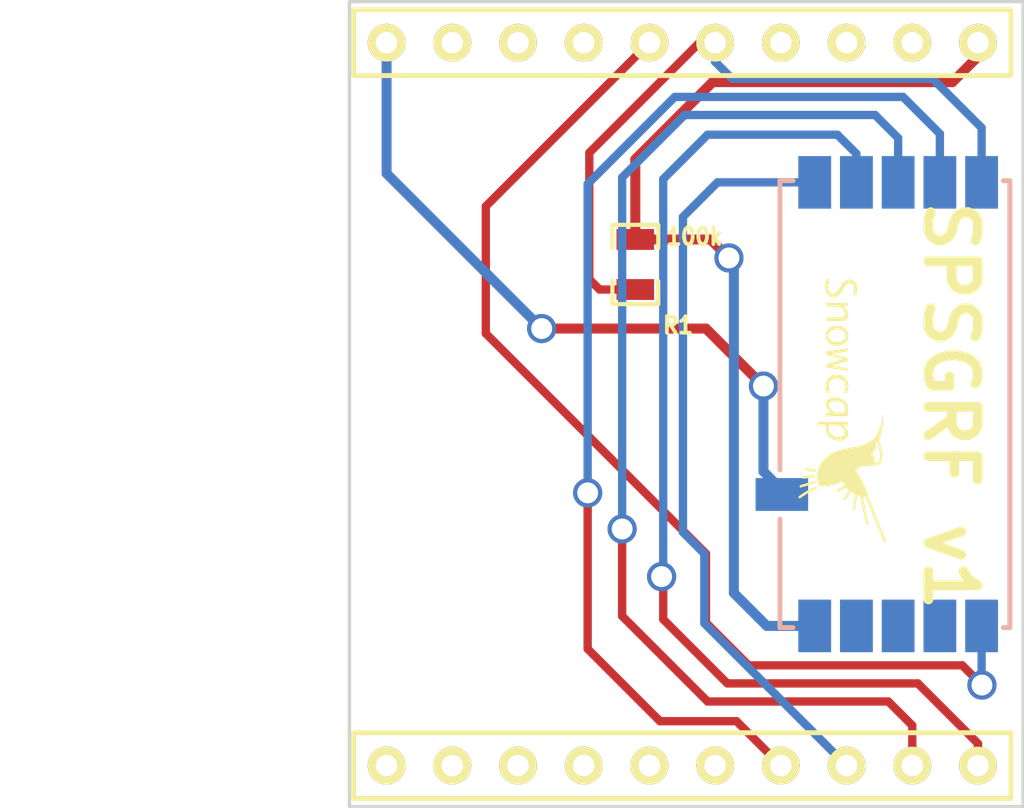
<source format=kicad_pcb>

(kicad_pcb
  (version 3)
  (host pcbnew "(22-Jun-2014 BZR 4027)-stable")
  (general
    (links 10)
    (no_connects 0)
    (area 156.800999 98.420999 177.550001 123.079001)
    (thickness 1.6)
    (drawings 6)
    (tracks 81)
    (zones 0)
    (modules 4)
    (nets 9))
  (page A3)
  (layers
    (15 F.Cu signal)
    (0 B.Cu signal)
    (16 B.Adhes user)
    (17 F.Adhes user)
    (18 B.Paste user)
    (19 F.Paste user)
    (20 B.SilkS user)
    (21 F.SilkS user)
    (22 B.Mask user)
    (23 F.Mask user)
    (24 Dwgs.User user)
    (25 Cmts.User user)
    (26 Eco1.User user)
    (27 Eco2.User user)
    (28 Edge.Cuts user))
  (setup
    (last_trace_width 0.3048)
    (user_trace_width 0.2032)
    (user_trace_width 0.3048)
    (trace_clearance 0.254)
    (zone_clearance 0.508)
    (zone_45_only no)
    (trace_min 0.2032)
    (segment_width 0.2)
    (edge_width 0.1)
    (via_size 0.889)
    (via_drill 0.635)
    (via_min_size 0.889)
    (via_min_drill 0.508)
    (uvia_size 0.508)
    (uvia_drill 0.127)
    (uvias_allowed no)
    (uvia_min_size 0.508)
    (uvia_min_drill 0.127)
    (pcb_text_width 0.3)
    (pcb_text_size 1.5 1.5)
    (mod_edge_width 0.15)
    (mod_text_size 1 1)
    (mod_text_width 0.15)
    (pad_size 1 1.6)
    (pad_drill 0)
    (pad_to_mask_clearance 0)
    (aux_axis_origin 0 0)
    (visible_elements FFFFFFBF)
    (pcbplotparams
      (layerselection 3178497)
      (usegerberextensions true)
      (excludeedgelayer true)
      (linewidth 0.15)
      (plotframeref false)
      (viasonmask false)
      (mode 1)
      (useauxorigin false)
      (hpglpennumber 1)
      (hpglpenspeed 20)
      (hpglpendiameter 15)
      (hpglpenoverlay 2)
      (psnegative false)
      (psa4output false)
      (plotreference true)
      (plotvalue true)
      (plotothertext true)
      (plotinvisibletext false)
      (padsonsilk false)
      (subtractmaskfromsilk false)
      (outputformat 1)
      (mirror false)
      (drillshape 1)
      (scaleselection 1)
      (outputdirectory "")))
  (net 0 "")
  (net 1 GND)
  (net 2 N-000001)
  (net 3 N-0000012)
  (net 4 N-0000022)
  (net 5 N-0000023)
  (net 6 N-000008)
  (net 7 N-000009)
  (net 8 VCC)
  (net_class Default "This is the default net class."
    (clearance 0.254)
    (trace_width 0.254)
    (via_dia 0.889)
    (via_drill 0.635)
    (uvia_dia 0.508)
    (uvia_drill 0.127)
    (add_net "")
    (add_net GND)
    (add_net N-000001)
    (add_net N-0000012)
    (add_net N-0000022)
    (add_net N-0000023)
    (add_net N-000008)
    (add_net N-000009)
    (add_net VCC))
  (module SPSGRF
    (layer B.Cu)
    (tedit 56C9F98B)
    (tstamp 56C9F1C2)
    (at 173.7 110.75 90)
    (path /56C8B99C)
    (solder_mask_margin 0.1)
    (clearance 0.1)
    (fp_text reference U1
      (at 0 1 90)
      (layer B.SilkS) hide
      (effects
        (font
          (size 1 1)
          (thickness 0.15))
        (justify mirror)))
    (fp_text value SPSGRF
      (at 0 -1.25 90)
      (layer B.SilkS) hide
      (effects
        (font
          (size 1 1)
          (thickness 0.15))
        (justify mirror)))
    (fp_line
      (start -6.8 3.2)
      (end -6.8 3.4)
      (layer B.SilkS)
      (width 0.15))
    (fp_line
      (start -6.8 3.4)
      (end 6.8 3.4)
      (layer B.SilkS)
      (width 0.15))
    (fp_line
      (start 6.8 3.4)
      (end 6.8 3.2)
      (layer B.SilkS)
      (width 0.15))
    (fp_line
      (start -2 -3.6)
      (end 6.8 -3.6)
      (layer B.SilkS)
      (width 0.15))
    (fp_line
      (start 6.8 -3.6)
      (end 6.8 -3.2)
      (layer B.SilkS)
      (width 0.15))
    (fp_line
      (start -3.5 -3.6)
      (end -6.8 -3.6)
      (layer B.SilkS)
      (width 0.15))
    (fp_line
      (start -6.8 -3.6)
      (end -6.8 -3.2)
      (layer B.SilkS)
      (width 0.15))
    (pad 1 smd rect
      (at -6.75 2.54 90)
      (size 1.6 1)
      (layers B.Cu B.Paste B.Mask)
      (net 2 N-000001))
    (pad 2 smd rect
      (at -6.75 1.27 90)
      (size 1.6 1)
      (layers B.Cu B.Paste B.Mask))
    (pad 3 smd rect
      (at -6.75 0 90)
      (size 1.6 1)
      (layers B.Cu B.Paste B.Mask))
    (pad 4 smd rect
      (at -6.75 -1.27 90)
      (size 1.6 1)
      (layers B.Cu B.Paste B.Mask))
    (pad 5 smd rect
      (at -6.75 -2.54 90)
      (size 1.6 1)
      (layers B.Cu B.Paste B.Mask)
      (net 8 VCC))
    (pad 6 smd rect
      (at -2.75 -3.54 90)
      (size 1 1.6)
      (layers B.Cu B.Paste B.Mask)
      (net 1 GND))
    (pad 7 smd rect
      (at 6.75 -2.54 90)
      (size 1.6 1)
      (layers B.Cu B.Paste B.Mask)
      (net 5 N-0000023))
    (pad 8 smd rect
      (at 6.75 -1.27 90)
      (size 1.6 1)
      (layers B.Cu B.Paste B.Mask)
      (net 7 N-000009))
    (pad 9 smd rect
      (at 6.75 0 90)
      (size 1.6 1)
      (layers B.Cu B.Paste B.Mask)
      (net 3 N-0000012))
    (pad 10 smd rect
      (at 6.75 1.27 90)
      (size 1.6 1)
      (layers B.Cu B.Paste B.Mask)
      (net 4 N-0000022))
    (pad 11 smd rect
      (at 6.75 2.54 90)
      (size 1.6 1)
      (layers B.Cu B.Paste B.Mask)
      (net 6 N-000008)))
  (module SM0603_Resistor
    (layer F.Cu)
    (tedit 56C9F999)
    (tstamp 56C9F1CE)
    (at 165.7 106.5 270)
    (path /56C9E55E)
    (attr smd)
    (fp_text reference R1
      (at 1.85 -1.3 360)
      (layer F.SilkS)
      (effects
        (font
          (size 0.50038 0.4572)
          (thickness 0.1143))))
    (fp_text value 100k
      (at -0.85 -1.8 360)
      (layer F.SilkS)
      (effects
        (font
          (size 0.508 0.4572)
          (thickness 0.1143))))
    (fp_line
      (start -0.50038 -0.6985)
      (end -1.2065 -0.6985)
      (layer F.SilkS)
      (width 0.127))
    (fp_line
      (start -1.2065 -0.6985)
      (end -1.2065 0.6985)
      (layer F.SilkS)
      (width 0.127))
    (fp_line
      (start -1.2065 0.6985)
      (end -0.50038 0.6985)
      (layer F.SilkS)
      (width 0.127))
    (fp_line
      (start 1.2065 -0.6985)
      (end 0.50038 -0.6985)
      (layer F.SilkS)
      (width 0.127))
    (fp_line
      (start 1.2065 -0.6985)
      (end 1.2065 0.6985)
      (layer F.SilkS)
      (width 0.127))
    (fp_line
      (start 1.2065 0.6985)
      (end 0.50038 0.6985)
      (layer F.SilkS)
      (width 0.127))
    (pad 1 smd rect
      (at -0.762 0 270)
      (size 0.635 1.143)
      (layers F.Cu F.Paste F.Mask)
      (net 8 VCC))
    (pad 2 smd rect
      (at 0.762 0 270)
      (size 0.635 1.143)
      (layers F.Cu F.Paste F.Mask)
      (net 6 N-000008))
    (model smd\resistors\R0603.wrl
      (at
        (xyz 0 0 0.001))
      (scale
        (xyz 0.5 0.5 0.5))
      (rotate
        (xyz 0 0 0))))
  (module RB_CN10_2mm
    (layer F.Cu)
    (tedit 56C9F97F)
    (tstamp 56C9F1EE)
    (at 167.13 110.75)
    (path /56C8B581)
    (fp_text reference CN1
      (at -4.93 -9.05)
      (layer F.SilkS) hide
      (effects
        (font
          (size 1 1)
          (thickness 0.15))))
    (fp_text value RB-CN10
      (at 0.12 9.25)
      (layer F.SilkS) hide
      (effects
        (font
          (size 1 1)
          (thickness 0.15))))
    (fp_line
      (start -10 10)
      (end 10 10)
      (layer F.SilkS)
      (width 0.15))
    (fp_line
      (start 10 10)
      (end 10 12)
      (layer F.SilkS)
      (width 0.15))
    (fp_line
      (start 10 12)
      (end -10 12)
      (layer F.SilkS)
      (width 0.15))
    (fp_line
      (start -10 12)
      (end -10 10)
      (layer F.SilkS)
      (width 0.15))
    (fp_line
      (start -10 -12)
      (end 10 -12)
      (layer F.SilkS)
      (width 0.15))
    (fp_line
      (start 10 -12)
      (end 10 -10)
      (layer F.SilkS)
      (width 0.15))
    (fp_line
      (start 10 -10)
      (end -10 -10)
      (layer F.SilkS)
      (width 0.15))
    (fp_line
      (start -10 -10)
      (end -10 -12)
      (layer F.SilkS)
      (width 0.15))
    (pad 1 thru_hole circle
      (at 9 -11)
      (size 1.15 1.15)
      (drill 0.65)
      (layers *.Cu *.Mask F.SilkS)
      (net 8 VCC))
    (pad 2 thru_hole circle
      (at 7 -11)
      (size 1.15 1.15)
      (drill 0.65)
      (layers *.Cu *.Mask F.SilkS))
    (pad 3 thru_hole circle
      (at 5 -11)
      (size 1.15 1.15)
      (drill 0.65)
      (layers *.Cu *.Mask F.SilkS))
    (pad 4 thru_hole circle
      (at 3 -11)
      (size 1.15 1.15)
      (drill 0.65)
      (layers *.Cu *.Mask F.SilkS))
    (pad 5 thru_hole circle
      (at 1 -11)
      (size 1.15 1.15)
      (drill 0.65)
      (layers *.Cu *.Mask F.SilkS)
      (net 6 N-000008))
    (pad 6 thru_hole circle
      (at -1 -11)
      (size 1.15 1.15)
      (drill 0.65)
      (layers *.Cu *.Mask F.SilkS)
      (net 2 N-000001))
    (pad 7 thru_hole circle
      (at -3 -11)
      (size 1.15 1.15)
      (drill 0.65)
      (layers *.Cu *.Mask F.SilkS))
    (pad 8 thru_hole circle
      (at -5 -11)
      (size 1.15 1.15)
      (drill 0.65)
      (layers *.Cu *.Mask F.SilkS))
    (pad 9 thru_hole circle
      (at -7 -11)
      (size 1.15 1.15)
      (drill 0.65)
      (layers *.Cu *.Mask F.SilkS))
    (pad 10 thru_hole circle
      (at -9 -11)
      (size 1.15 1.15)
      (drill 0.65)
      (layers *.Cu *.Mask F.SilkS)
      (net 1 GND))
    (pad 11 thru_hole circle
      (at 9 11)
      (size 1.15 1.15)
      (drill 0.65)
      (layers *.Cu *.Mask F.SilkS)
      (net 7 N-000009))
    (pad 12 thru_hole circle
      (at 7 11)
      (size 1.15 1.15)
      (drill 0.65)
      (layers *.Cu *.Mask F.SilkS)
      (net 3 N-0000012))
    (pad 13 thru_hole circle
      (at 5 11)
      (size 1.15 1.15)
      (drill 0.65)
      (layers *.Cu *.Mask F.SilkS)
      (net 5 N-0000023))
    (pad 14 thru_hole circle
      (at 3 11)
      (size 1.15 1.15)
      (drill 0.65)
      (layers *.Cu *.Mask F.SilkS)
      (net 4 N-0000022))
    (pad 15 thru_hole circle
      (at 1 11)
      (size 1.15 1.15)
      (drill 0.65)
      (layers *.Cu *.Mask F.SilkS))
    (pad 16 thru_hole circle
      (at -1 11)
      (size 1.15 1.15)
      (drill 0.65)
      (layers *.Cu *.Mask F.SilkS))
    (pad 17 thru_hole circle
      (at -3 11)
      (size 1.15 1.15)
      (drill 0.65)
      (layers *.Cu *.Mask F.SilkS))
    (pad 18 thru_hole circle
      (at -5 11)
      (size 1.15 1.15)
      (drill 0.65)
      (layers *.Cu *.Mask F.SilkS))
    (pad 19 thru_hole circle
      (at -7 11)
      (size 1.15 1.15)
      (drill 0.65)
      (layers *.Cu *.Mask F.SilkS))
    (pad 20 thru_hole circle
      (at -9 11)
      (size 1.15 1.15)
      (drill 0.65)
      (layers *.Cu *.Mask F.SilkS)))
  (module LOGO_SNOWCAP_FRONT_SMALL
    (layer F.Cu)
    (tedit 5493CD4C)
    (tstamp 56C9FDAE)
    (at 172 110.95 270)
    (fp_text reference Noname_1
      (at 0 0 270)
      (layer F.SilkS) hide
      (effects
        (font
          (size 0.381 0.381)
          (thickness 0.09525))))
    (fp_text value ""
      (at 0 0 270)
      (layer F.SilkS) hide
      (effects
        (font
          (size 0.381 0.381)
          (thickness 0.09525))))
    (fp_poly
      (pts
        (xy 2.66954 1.30302)
        (xy 2.667 1.31318)
        (xy 2.65938 1.3208)
        (xy 2.64922 1.33096)
        (xy 2.63652 1.33604)
        (xy 2.62636 1.3335)
        (xy 2.61874 1.3335)
        (xy 2.61112 1.32842)
        (xy 2.6035 1.3208)
        (xy 2.59334 1.3081)
        (xy 2.58064 1.29286)
        (xy 2.5654 1.27254)
        (xy 2.49936 1.17602)
        (xy 2.4384 1.07442)
        (xy 2.37998 0.96774)
        (xy 2.33172 0.86868)
        (xy 2.32156 0.84074)
        (xy 2.3114 0.82296)
        (xy 2.30632 0.80772)
        (xy 2.30378 0.79502)
        (xy 2.30378 0.7874)
        (xy 2.30378 0.77978)
        (xy 2.30632 0.77216)
        (xy 2.30632 0.77216)
        (xy 2.31394 0.762)
        (xy 2.32664 0.75438)
        (xy 2.33934 0.75184)
        (xy 2.34696 0.75184)
        (xy 2.35458 0.75438)
        (xy 2.3622 0.75946)
        (xy 2.36982 0.76708)
        (xy 2.37744 0.77978)
        (xy 2.38506 0.79756)
        (xy 2.39776 0.82296)
        (xy 2.4003 0.83058)
        (xy 2.43332 0.9017)
        (xy 2.46888 0.97282)
        (xy 2.50952 1.04394)
        (xy 2.55016 1.11252)
        (xy 2.59334 1.17602)
        (xy 2.63398 1.23444)
        (xy 2.63906 1.24206)
        (xy 2.6543 1.26238)
        (xy 2.66446 1.28016)
        (xy 2.66954 1.29286)
        (xy 2.66954 1.30302)
        (xy 2.66954 1.30302))
      (layer F.SilkS)
      (width 0.00254))
    (fp_poly
      (pts
        (xy 2.33934 1.26746)
        (xy 2.33426 1.2827)
        (xy 2.32664 1.29286)
        (xy 2.3114 1.30048)
        (xy 2.2987 1.30302)
        (xy 2.28346 1.29794)
        (xy 2.27838 1.2954)
        (xy 2.2733 1.28778)
        (xy 2.26568 1.27762)
        (xy 2.26568 1.27254)
        (xy 2.26314 1.26492)
        (xy 2.25806 1.25222)
        (xy 2.25044 1.2319)
        (xy 2.24282 1.2065)
        (xy 2.2352 1.17856)
        (xy 2.22504 1.14808)
        (xy 2.21488 1.11252)
        (xy 2.20472 1.0795)
        (xy 2.19456 1.04394)
        (xy 2.18186 1.00838)
        (xy 2.1717 0.97536)
        (xy 2.16408 0.94234)
        (xy 2.15392 0.9144)
        (xy 2.14884 0.89154)
        (xy 2.14122 0.87122)
        (xy 2.13868 0.85852)
        (xy 2.13614 0.8509)
        (xy 2.13614 0.84074)
        (xy 2.13868 0.83312)
        (xy 2.14884 0.81788)
        (xy 2.16408 0.81026)
        (xy 2.17678 0.81026)
        (xy 2.19202 0.8128)
        (xy 2.20218 0.8255)
        (xy 2.20726 0.83312)
        (xy 2.21234 0.84074)
        (xy 2.21742 0.85598)
        (xy 2.2225 0.8763)
        (xy 2.23012 0.9017)
        (xy 2.24028 0.93218)
        (xy 2.25044 0.9652)
        (xy 2.2606 0.99822)
        (xy 2.27076 1.03378)
        (xy 2.28346 1.06934)
        (xy 2.29362 1.1049)
        (xy 2.30378 1.14046)
        (xy 2.3114 1.17094)
        (xy 2.32156 1.20142)
        (xy 2.32664 1.22428)
        (xy 2.33172 1.2446)
        (xy 2.3368 1.25984)
        (xy 2.33934 1.26746)
        (xy 2.33934 1.26746)
        (xy 2.33934 1.26746))
      (layer F.SilkS)
      (width 0.00254))
    (fp_poly
      (pts
        (xy 2.06502 1.17602)
        (xy 2.06502 1.18872)
        (xy 2.06502 1.19634)
        (xy 2.06248 1.20142)
        (xy 2.06248 1.2065)
        (xy 2.05994 1.20904)
        (xy 2.05486 1.21412)
        (xy 2.05486 1.21412)
        (xy 2.03962 1.22428)
        (xy 2.02438 1.22428)
        (xy 2.01168 1.2192)
        (xy 2.0066 1.21412)
        (xy 1.99644 1.20396)
        (xy 1.99136 1.19126)
        (xy 1.99136 1.18872)
        (xy 1.99136 1.1811)
        (xy 1.98882 1.1684)
        (xy 1.98628 1.14808)
        (xy 1.98374 1.12268)
        (xy 1.9812 1.09474)
        (xy 1.97866 1.06172)
        (xy 1.97358 1.02616)
        (xy 1.97358 1.01854)
        (xy 1.9685 0.9779)
        (xy 1.96596 0.94488)
        (xy 1.96342 0.91948)
        (xy 1.96342 0.89916)
        (xy 1.96088 0.88392)
        (xy 1.96088 0.87122)
        (xy 1.96088 0.8636)
        (xy 1.96088 0.85598)
        (xy 1.96088 0.85344)
        (xy 1.96342 0.84836)
        (xy 1.96596 0.84582)
        (xy 1.97612 0.83312)
        (xy 1.98882 0.8255)
        (xy 2.00406 0.8255)
        (xy 2.01676 0.83312)
        (xy 2.02692 0.84328)
        (xy 2.02946 0.84836)
        (xy 2.032 0.85852)
        (xy 2.03454 0.87376)
        (xy 2.03708 0.89662)
        (xy 2.04216 0.9271)
        (xy 2.0447 0.96266)
        (xy 2.04978 1.00584)
        (xy 2.04978 1.00584)
        (xy 2.05486 1.04902)
        (xy 2.05994 1.08712)
        (xy 2.06248 1.1176)
        (xy 2.06502 1.143)
        (xy 2.06502 1.16078)
        (xy 2.06502 1.17602)
        (xy 2.06502 1.17602))
      (layer F.SilkS)
      (width 0.00254))
    (fp_poly
      (pts
        (xy 1.85674 0.85852)
        (xy 1.85674 0.87884)
        (xy 1.8542 0.90678)
        (xy 1.85166 0.93726)
        (xy 1.84658 0.97028)
        (xy 1.8415 0.99822)
        (xy 1.83388 1.02362)
        (xy 1.83388 1.0287)
        (xy 1.82372 1.05918)
        (xy 1.81356 1.08712)
        (xy 1.8034 1.11252)
        (xy 1.79324 1.1303)
        (xy 1.78308 1.143)
        (xy 1.778 1.14554)
        (xy 1.76276 1.14808)
        (xy 1.74752 1.14554)
        (xy 1.73736 1.14046)
        (xy 1.7272 1.1303)
        (xy 1.72212 1.1176)
        (xy 1.72466 1.10236)
        (xy 1.73228 1.08204)
        (xy 1.73482 1.07696)
        (xy 1.74752 1.04394)
        (xy 1.76022 1.00584)
        (xy 1.76784 0.9652)
        (xy 1.77546 0.9144)
        (xy 1.78054 0.86106)
        (xy 1.78308 0.84328)
        (xy 1.78562 0.83058)
        (xy 1.78816 0.82042)
        (xy 1.7907 0.81534)
        (xy 1.79578 0.81026)
        (xy 1.79578 0.81026)
        (xy 1.81102 0.80264)
        (xy 1.82626 0.80264)
        (xy 1.8415 0.80772)
        (xy 1.84658 0.8128)
        (xy 1.85166 0.81788)
        (xy 1.8542 0.8255)
        (xy 1.85674 0.83312)
        (xy 1.85674 0.84582)
        (xy 1.85674 0.85852)
        (xy 1.85674 0.85852))
      (layer F.SilkS)
      (width 0.00254))
    (fp_poly
      (pts
        (xy 3.99796 -1.29286)
        (xy 3.99542 -1.28016)
        (xy 3.9878 -1.26746)
        (xy 3.9878 -1.26492)
        (xy 3.98018 -1.26238)
        (xy 3.96748 -1.2573)
        (xy 3.9497 -1.24714)
        (xy 3.92938 -1.23952)
        (xy 3.90652 -1.22936)
        (xy 3.8989 -1.22682)
        (xy 3.88112 -1.2192)
        (xy 3.85826 -1.20904)
        (xy 3.82778 -1.19634)
        (xy 3.79222 -1.1811)
        (xy 3.75412 -1.16586)
        (xy 3.71348 -1.15062)
        (xy 3.6703 -1.1303)
        (xy 3.62712 -1.11252)
        (xy 3.5814 -1.09474)
        (xy 3.57378 -1.0922)
        (xy 3.48488 -1.05664)
        (xy 3.39598 -1.01854)
        (xy 3.30454 -0.98044)
        (xy 3.2131 -0.94488)
        (xy 3.1242 -0.90932)
        (xy 3.0353 -0.87376)
        (xy 2.95148 -0.84074)
        (xy 2.8702 -0.80772)
        (xy 2.79654 -0.77978)
        (xy 2.78892 -0.77724)
        (xy 2.75844 -0.76454)
        (xy 2.7305 -0.75438)
        (xy 2.7051 -0.74422)
        (xy 2.68478 -0.7366)
        (xy 2.66954 -0.73152)
        (xy 2.65938 -0.72644)
        (xy 2.65684 -0.72644)
        (xy 2.65176 -0.7239)
        (xy 2.64922 -0.71882)
        (xy 2.64668 -0.70866)
        (xy 2.64414 -0.69342)
        (xy 2.6416 -0.67564)
        (xy 2.63906 -0.65786)
        (xy 2.63652 -0.64262)
        (xy 2.63652 -0.62992)
        (xy 2.63652 -0.62738)
        (xy 2.63906 -0.62738)
        (xy 2.65176 -0.62992)
        (xy 2.66954 -0.635)
        (xy 2.6924 -0.64008)
        (xy 2.72288 -0.64516)
        (xy 2.75844 -0.65278)
        (xy 2.79908 -0.6604)
        (xy 2.84226 -0.67056)
        (xy 2.89052 -0.68072)
        (xy 2.94132 -0.69342)
        (xy 2.99466 -0.70358)
        (xy 3.03022 -0.7112)
        (xy 3.0861 -0.7239)
        (xy 3.13944 -0.73406)
        (xy 3.19024 -0.74676)
        (xy 3.2385 -0.75692)
        (xy 3.28168 -0.76454)
        (xy 3.32232 -0.7747)
        (xy 3.35534 -0.77978)
        (xy 3.38582 -0.7874)
        (xy 3.41122 -0.79248)
        (xy 3.429 -0.79502)
        (xy 3.43916 -0.79756)
        (xy 3.4417 -0.79756)
        (xy 3.45948 -0.79502)
        (xy 3.46964 -0.78486)
        (xy 3.47726 -0.77216)
        (xy 3.4798 -0.762)
        (xy 3.47726 -0.74676)
        (xy 3.4671 -0.73406)
        (xy 3.45948 -0.72898)
        (xy 3.4544 -0.72644)
        (xy 3.4417 -0.7239)
        (xy 3.42138 -0.71882)
        (xy 3.39598 -0.71374)
        (xy 3.3655 -0.70612)
        (xy 3.32994 -0.6985)
        (xy 3.28676 -0.68834)
        (xy 3.24104 -0.67818)
        (xy 3.19278 -0.66802)
        (xy 3.14198 -0.65786)
        (xy 3.0861 -0.64516)
        (xy 3.03022 -0.63246)
        (xy 2.61366 -0.54356)
        (xy 2.60096 -0.50292)
        (xy 2.59334 -0.4826)
        (xy 2.58826 -0.46736)
        (xy 2.58318 -0.4572)
        (xy 2.58318 -0.45212)
        (xy 2.58318 -0.44958)
        (xy 2.58572 -0.44958)
        (xy 2.58572 -0.44958)
        (xy 2.59334 -0.44958)
        (xy 2.60604 -0.44704)
        (xy 2.62636 -0.4445)
        (xy 2.64922 -0.44196)
        (xy 2.6797 -0.43688)
        (xy 2.71018 -0.43434)
        (xy 2.7432 -0.42926)
        (xy 2.77876 -0.42418)
        (xy 2.81432 -0.4191)
        (xy 2.84988 -0.41402)
        (xy 2.8829 -0.40894)
        (xy 2.91338 -0.4064)
        (xy 2.94132 -0.40132)
        (xy 2.96418 -0.39878)
        (xy 2.97942 -0.39624)
        (xy 2.99212 -0.3937)
        (xy 2.9972 -0.39116)
        (xy 3.0099 -0.38354)
        (xy 3.01752 -0.3683)
        (xy 3.01752 -0.35306)
        (xy 3.01244 -0.33528)
        (xy 2.99974 -0.32512)
        (xy 2.9845 -0.32004)
        (xy 2.98196 -0.32004)
        (xy 2.97688 -0.32258)
        (xy 2.96164 -0.32258)
        (xy 2.94132 -0.32512)
        (xy 2.91592 -0.32766)
        (xy 2.88544 -0.33274)
        (xy 2.85242 -0.33782)
        (xy 2.81432 -0.34036)
        (xy 2.77368 -0.34798)
        (xy 2.7559 -0.34798)
        (xy 2.71526 -0.3556)
        (xy 2.6797 -0.35814)
        (xy 2.64414 -0.36322)
        (xy 2.61366 -0.3683)
        (xy 2.58826 -0.37084)
        (xy 2.5654 -0.37338)
        (xy 2.5527 -0.37338)
        (xy 2.54508 -0.37338)
        (xy 2.54254 -0.37338)
        (xy 2.54 -0.37084)
        (xy 2.53492 -0.36068)
        (xy 2.5273 -0.34544)
        (xy 2.51714 -0.32766)
        (xy 2.50952 -0.3175)
        (xy 2.47904 -0.26416)
        (xy 2.59588 -0.18542)
        (xy 2.62382 -0.16764)
        (xy 2.64922 -0.14986)
        (xy 2.67208 -0.13462)
        (xy 2.6924 -0.11938)
        (xy 2.7051 -0.10922)
        (xy 2.71526 -0.1016)
        (xy 2.72034 -0.09652)
        (xy 2.72542 -0.08128)
        (xy 2.72542 -0.06604)
        (xy 2.71526 -0.05334)
        (xy 2.71526 -0.05334)
        (xy 2.71018 -0.04572)
        (xy 2.70256 -0.04318)
        (xy 2.69748 -0.04064)
        (xy 2.68986 -0.04064)
        (xy 2.6797 -0.04318)
        (xy 2.66954 -0.04826)
        (xy 2.6543 -0.05588)
        (xy 2.63398 -0.06858)
        (xy 2.61112 -0.08382)
        (xy 2.58064 -0.1016)
        (xy 2.55778 -0.11938)
        (xy 2.52984 -0.13716)
        (xy 2.50444 -0.1524)
        (xy 2.48158 -0.16764)
        (xy 2.4638 -0.18034)
        (xy 2.44856 -0.1905)
        (xy 2.4384 -0.19558)
        (xy 2.43586 -0.19558)
        (xy 2.43332 -0.19304)
        (xy 2.4257 -0.18542)
        (xy 2.413 -0.17526)
        (xy 2.40792 -0.17018)
        (xy 2.39522 -0.15748)
        (xy 2.38252 -0.14478)
        (xy 2.36474 -0.12954)
        (xy 2.35204 -0.11938)
        (xy 2.33934 -0.10922)
        (xy 2.33426 -0.10668)
        (xy 2.3368 -0.10414)
        (xy 2.34188 -0.09398)
        (xy 2.35204 -0.07874)
        (xy 2.3622 -0.06096)
        (xy 2.37744 -0.0381)
        (xy 2.39268 -0.0127)
        (xy 2.40538 0.01016)
        (xy 2.4257 0.04318)
        (xy 2.44094 0.07112)
        (xy 2.45618 0.09398)
        (xy 2.4638 0.11176)
        (xy 2.47142 0.127)
        (xy 2.47396 0.13716)
        (xy 2.4765 0.14478)
        (xy 2.47396 0.1524)
        (xy 2.47142 0.15748)
        (xy 2.46634 0.16256)
        (xy 2.4638 0.1651)
        (xy 2.44856 0.17526)
        (xy 2.43332 0.17526)
        (xy 2.42062 0.17018)
        (xy 2.413 0.16256)
        (xy 2.40792 0.15748)
        (xy 2.39776 0.14478)
        (xy 2.3876 0.127)
        (xy 2.37236 0.10668)
        (xy 2.35712 0.08128)
        (xy 2.34188 0.05334)
        (xy 2.33426 0.04318)
        (xy 2.31902 0.01778)
        (xy 2.30378 -0.00762)
        (xy 2.29108 -0.02794)
        (xy 2.28092 -0.04572)
        (xy 2.2733 -0.05842)
        (xy 2.26822 -0.0635)
        (xy 2.26822 -0.0635)
        (xy 2.26314 -0.0635)
        (xy 2.25552 -0.05842)
        (xy 2.24028 -0.04826)
        (xy 2.22504 -0.0381)
        (xy 2.21488 -0.03302)
        (xy 2.16154 0)
        (xy 2.1717 0.02286)
        (xy 2.2098 0.11176)
        (xy 2.24028 0.20574)
        (xy 2.26822 0.30226)
        (xy 2.28092 0.35052)
        (xy 2.28854 0.39878)
        (xy 2.29616 0.44704)
        (xy 2.30378 0.49784)
        (xy 2.30632 0.54864)
        (xy 2.30886 0.59436)
        (xy 2.30886 0.635)
        (xy 2.30886 0.67564)
        (xy 2.29108 0.69596)
        (xy 2.27584 0.70866)
        (xy 2.2606 0.72136)
        (xy 2.24282 0.72898)
        (xy 2.21996 0.7366)
        (xy 2.19456 0.74422)
        (xy 2.14376 0.75692)
        (xy 2.09804 0.76454)
        (xy 2.05486 0.76708)
        (xy 2.0066 0.76962)
        (xy 1.9558 0.76454)
        (xy 1.9431 0.76454)
        (xy 1.905 0.762)
        (xy 1.87198 0.75692)
        (xy 1.84404 0.75184)
        (xy 1.81864 0.74676)
        (xy 1.79324 0.73914)
        (xy 1.76784 0.72898)
        (xy 1.73736 0.71882)
        (xy 1.7272 0.71374)
        (xy 1.66624 0.6858)
        (xy 1.61036 0.65278)
        (xy 1.59512 0.64008)
        (xy 1.59512 -1.0033)
        (xy 1.59258 -1.01854)
        (xy 1.58496 -1.04902)
        (xy 1.57226 -1.07442)
        (xy 1.5621 -1.08966)
        (xy 1.54432 -1.1049)
        (xy 1.51892 -1.1176)
        (xy 1.49352 -1.12776)
        (xy 1.46558 -1.13538)
        (xy 1.44526 -1.14046)
        (xy 1.41986 -1.14046)
        (xy 1.39192 -1.143)
        (xy 1.36144 -1.143)
        (xy 1.32842 -1.143)
        (xy 1.29794 -1.14046)
        (xy 1.27 -1.13792)
        (xy 1.25222 -1.13538)
        (xy 1.21666 -1.1303)
        (xy 1.17856 -1.12268)
        (xy 1.13792 -1.11252)
        (xy 1.09474 -1.09982)
        (xy 1.05156 -1.08712)
        (xy 1.01092 -1.07442)
        (xy 0.97536 -1.06172)
        (xy 0.9652 -1.05918)
        (xy 0.9271 -1.04394)
        (xy 0.94742 -1.0414)
        (xy 0.97028 -1.03632)
        (xy 0.99822 -1.03378)
        (xy 1.03124 -1.03124)
        (xy 1.0668 -1.02616)
        (xy 1.10236 -1.02362)
        (xy 1.13538 -1.02108)
        (xy 1.1684 -1.01854)
        (xy 1.19888 -1.016)
        (xy 1.22174 -1.01346)
        (xy 1.23952 -1.01346)
        (xy 1.23952 -1.01346)
        (xy 1.27254 -1.01346)
        (xy 1.2573 -1.0033)
        (xy 1.2446 -0.9906)
        (xy 1.23952 -0.9779)
        (xy 1.24206 -0.96266)
        (xy 1.24206 -0.96012)
        (xy 1.24968 -0.94742)
        (xy 1.26238 -0.9398)
        (xy 1.2827 -0.92964)
        (xy 1.29032 -0.9271)
        (xy 1.3081 -0.92456)
        (xy 1.32842 -0.92202)
        (xy 1.34874 -0.92456)
        (xy 1.36652 -0.9271)
        (xy 1.38176 -0.93218)
        (xy 1.38176 -0.93218)
        (xy 1.397 -0.94488)
        (xy 1.40462 -0.95758)
        (xy 1.40462 -0.97282)
        (xy 1.397 -0.98552)
        (xy 1.39446 -0.9906)
        (xy 1.38938 -0.99314)
        (xy 1.38938 -0.99568)
        (xy 1.38938 -0.99568)
        (xy 1.397 -0.99568)
        (xy 1.41224 -0.99314)
        (xy 1.42494 -0.9906)
        (xy 1.44526 -0.98806)
        (xy 1.46812 -0.98552)
        (xy 1.49352 -0.98298)
        (xy 1.50368 -0.98298)
        (xy 1.524 -0.98044)
        (xy 1.53924 -0.98044)
        (xy 1.54686 -0.98298)
        (xy 1.55702 -0.98552)
        (xy 1.56464 -0.98806)
        (xy 1.57226 -0.9906)
        (xy 1.59512 -1.0033)
        (xy 1.59512 0.64008)
        (xy 1.55702 0.61468)
        (xy 1.50368 0.5715)
        (xy 1.46812 0.53848)
        (xy 1.42494 0.49276)
        (xy 1.38684 0.45212)
        (xy 1.35128 0.40894)
        (xy 1.3208 0.36322)
        (xy 1.29286 0.3175)
        (xy 1.26746 0.2667)
        (xy 1.24206 0.21082)
        (xy 1.2192 0.15748)
        (xy 1.20904 0.127)
        (xy 1.19888 0.1016)
        (xy 1.19126 0.07366)
        (xy 1.18364 0.04572)
        (xy 1.17602 0.01524)
        (xy 1.1684 -0.02032)
        (xy 1.16078 -0.05842)
        (xy 1.15316 -0.1016)
        (xy 1.14554 -0.1524)
        (xy 1.14046 -0.17526)
        (xy 1.12776 -0.254)
        (xy 1.11506 -0.32512)
        (xy 1.10236 -0.39116)
        (xy 1.08966 -0.45212)
        (xy 1.07696 -0.508)
        (xy 1.06172 -0.5588)
        (xy 1.04648 -0.60706)
        (xy 1.0287 -0.65532)
        (xy 1.01092 -0.70104)
        (xy 0.9906 -0.74676)
        (xy 0.97282 -0.78232)
        (xy 0.96266 -0.8001)
        (xy 0.94996 -0.82042)
        (xy 0.93472 -0.84582)
        (xy 0.91948 -0.86868)
        (xy 0.9017 -0.89408)
        (xy 0.88392 -0.91948)
        (xy 0.86614 -0.9398)
        (xy 0.85344 -0.96012)
        (xy 0.84074 -0.97282)
        (xy 0.83058 -0.98044)
        (xy 0.83058 -0.98044)
        (xy 0.79502 -1.00584)
        (xy 0.75438 -1.03124)
        (xy 0.70612 -1.05664)
        (xy 0.65532 -1.08204)
        (xy 0.60452 -1.1049)
        (xy 0.55118 -1.12776)
        (xy 0.50038 -1.14808)
        (xy 0.44958 -1.16332)
        (xy 0.4445 -1.16586)
        (xy 0.39878 -1.17856)
        (xy 0.35814 -1.18872)
        (xy 0.32258 -1.19888)
        (xy 0.28956 -1.20396)
        (xy 0.254 -1.21158)
        (xy 0.22098 -1.21412)
        (xy 0.18542 -1.2192)
        (xy 0.16256 -1.2192)
        (xy 0.14478 -1.22174)
        (xy 0.13462 -1.22174)
        (xy 0.127 -1.22428)
        (xy 0.12446 -1.22682)
        (xy 0.12446 -1.22936)
        (xy 0.12446 -1.23444)
        (xy 0.12954 -1.23698)
        (xy 0.13462 -1.23952)
        (xy 0.14478 -1.23952)
        (xy 0.16002 -1.24206)
        (xy 0.18034 -1.24206)
        (xy 0.20574 -1.23952)
        (xy 0.23876 -1.23952)
        (xy 0.27432 -1.23952)
        (xy 0.3556 -1.23444)
        (xy 0.42672 -1.22936)
        (xy 0.49276 -1.22174)
        (xy 0.55626 -1.21412)
        (xy 0.61214 -1.20396)
        (xy 0.66548 -1.1938)
        (xy 0.71882 -1.17856)
        (xy 0.76708 -1.16332)
        (xy 0.81788 -1.143)
        (xy 0.8382 -1.13538)
        (xy 0.85852 -1.12776)
        (xy 0.87376 -1.12014)
        (xy 0.88646 -1.11506)
        (xy 0.89662 -1.11506)
        (xy 0.89662 -1.11506)
        (xy 0.9017 -1.1176)
        (xy 0.9144 -1.12268)
        (xy 0.92964 -1.12776)
        (xy 0.9398 -1.1303)
        (xy 0.97282 -1.143)
        (xy 1.01346 -1.1557)
        (xy 1.05664 -1.1684)
        (xy 1.09982 -1.1811)
        (xy 1.143 -1.19126)
        (xy 1.18364 -1.20142)
        (xy 1.22174 -1.20904)
        (xy 1.23698 -1.21158)
        (xy 1.27 -1.21666)
        (xy 1.3081 -1.2192)
        (xy 1.3462 -1.2192)
        (xy 1.3843 -1.22174)
        (xy 1.41732 -1.2192)
        (xy 1.4351 -1.21666)
        (xy 1.4859 -1.20904)
        (xy 1.53162 -1.19634)
        (xy 1.56972 -1.17856)
        (xy 1.60274 -1.1557)
        (xy 1.62814 -1.1303)
        (xy 1.64846 -1.09982)
        (xy 1.65354 -1.08458)
        (xy 1.65862 -1.07188)
        (xy 1.66116 -1.05918)
        (xy 1.66624 -1.0414)
        (xy 1.66878 -1.02108)
        (xy 1.67132 -0.99822)
        (xy 1.67386 -0.97028)
        (xy 1.6764 -0.93472)
        (xy 1.6764 -0.89408)
        (xy 1.67894 -0.84836)
        (xy 1.67894 -0.8382)
        (xy 1.68148 -0.78232)
        (xy 1.68402 -0.73152)
        (xy 1.68656 -0.68834)
        (xy 1.69164 -0.65024)
        (xy 1.69418 -0.61722)
        (xy 1.69926 -0.58928)
        (xy 1.70434 -0.56642)
        (xy 1.70942 -0.5461)
        (xy 1.7145 -0.52832)
        (xy 1.72212 -0.51308)
        (xy 1.72212 -0.51308)
        (xy 1.72466 -0.50546)
        (xy 1.72974 -0.50038)
        (xy 1.73482 -0.49276)
        (xy 1.74498 -0.48514)
        (xy 1.75514 -0.47752)
        (xy 1.77292 -0.46228)
        (xy 1.78816 -0.45212)
        (xy 1.8288 -0.4191)
        (xy 1.8542 -0.43688)
        (xy 1.8796 -0.4572)
        (xy 1.91262 -0.48006)
        (xy 1.95072 -0.50292)
        (xy 1.9939 -0.52832)
        (xy 2.04216 -0.55626)
        (xy 2.09042 -0.58166)
        (xy 2.13868 -0.60706)
        (xy 2.18694 -0.62992)
        (xy 2.2352 -0.65278)
        (xy 2.26568 -0.66548)
        (xy 2.30124 -0.68072)
        (xy 2.33934 -0.69596)
        (xy 2.37998 -0.71374)
        (xy 2.42316 -0.72898)
        (xy 2.4638 -0.74422)
        (xy 2.50444 -0.75946)
        (xy 2.54254 -0.77216)
        (xy 2.57556 -0.78232)
        (xy 2.60096 -0.78994)
        (xy 2.6035 -0.78994)
        (xy 2.62128 -0.79756)
        (xy 2.64414 -0.80518)
        (xy 2.67716 -0.81534)
        (xy 2.71526 -0.83058)
        (xy 2.75844 -0.84836)
        (xy 2.80924 -0.86614)
        (xy 2.86512 -0.889)
        (xy 2.92608 -0.91186)
        (xy 2.99212 -0.9398)
        (xy 3.06324 -0.96774)
        (xy 3.13944 -0.99822)
        (xy 3.21818 -1.0287)
        (xy 3.302 -1.06426)
        (xy 3.38836 -1.09982)
        (xy 3.4798 -1.13538)
        (xy 3.57378 -1.17348)
        (xy 3.66776 -1.21412)
        (xy 3.76682 -1.25476)
        (xy 3.85064 -1.29032)
        (xy 3.88112 -1.30302)
        (xy 3.90652 -1.31318)
        (xy 3.92684 -1.3208)
        (xy 3.93954 -1.32588)
        (xy 3.95224 -1.32842)
        (xy 3.95986 -1.33096)
        (xy 3.96494 -1.33096)
        (xy 3.97002 -1.33096)
        (xy 3.9751 -1.32842)
        (xy 3.9751 -1.32842)
        (xy 3.9878 -1.3208)
        (xy 3.99542 -1.3081)
        (xy 3.99796 -1.29286)
        (xy 3.99796 -1.29286))
      (layer F.SilkS)
      (width 0.00254))
    (fp_poly
      (pts
        (xy 0.91186 0.1016)
        (xy 0.90932 0.15748)
        (xy 0.9017 0.20828)
        (xy 0.889 0.254)
        (xy 0.87122 0.29972)
        (xy 0.86614 0.30988)
        (xy 0.8382 0.35814)
        (xy 0.80518 0.40132)
        (xy 0.79248 0.41402)
        (xy 0.79248 0.13716)
        (xy 0.79248 0.09144)
        (xy 0.7874 0.0508)
        (xy 0.77724 0.01524)
        (xy 0.76454 -0.01778)
        (xy 0.74676 -0.04318)
        (xy 0.72644 -0.06096)
        (xy 0.70358 -0.07366)
        (xy 0.67818 -0.07874)
        (xy 0.65278 -0.07874)
        (xy 0.62484 -0.06858)
        (xy 0.59436 -0.05334)
        (xy 0.56388 -0.03302)
        (xy 0.53594 -0.00762)
        (xy 0.50546 0.0254)
        (xy 0.47752 0.0635)
        (xy 0.47498 0.06858)
        (xy 0.44958 0.10668)
        (xy 0.44958 0.25146)
        (xy 0.44958 0.39624)
        (xy 0.48006 0.40132)
        (xy 0.50546 0.4064)
        (xy 0.5334 0.40894)
        (xy 0.56134 0.40894)
        (xy 0.58674 0.4064)
        (xy 0.60706 0.40386)
        (xy 0.61214 0.40386)
        (xy 0.64008 0.3937)
        (xy 0.66548 0.381)
        (xy 0.68834 0.36322)
        (xy 0.7112 0.3429)
        (xy 0.7366 0.31242)
        (xy 0.75946 0.28194)
        (xy 0.7747 0.24638)
        (xy 0.78486 0.20574)
        (xy 0.78994 0.16002)
        (xy 0.79248 0.13716)
        (xy 0.79248 0.41402)
        (xy 0.76962 0.43434)
        (xy 0.73152 0.46228)
        (xy 0.68834 0.4826)
        (xy 0.64008 0.4953)
        (xy 0.635 0.49784)
        (xy 0.6223 0.49784)
        (xy 0.60198 0.50038)
        (xy 0.57912 0.50038)
        (xy 0.55372 0.50038)
        (xy 0.52578 0.50038)
        (xy 0.50292 0.49784)
        (xy 0.48006 0.49784)
        (xy 0.46482 0.4953)
        (xy 0.45974 0.4953)
        (xy 0.44958 0.49276)
        (xy 0.44958 0.61976)
        (xy 0.44958 0.7493)
        (xy 0.3937 0.7493)
        (xy 0.33782 0.7493)
        (xy 0.33782 0.28956)
        (xy 0.33782 -0.17018)
        (xy 0.39116 -0.16764)
        (xy 0.44704 -0.16764)
        (xy 0.44704 -0.09652)
        (xy 0.44958 -0.0254)
        (xy 0.47498 -0.05842)
        (xy 0.508 -0.09652)
        (xy 0.54864 -0.12954)
        (xy 0.58928 -0.15494)
        (xy 0.61976 -0.16764)
        (xy 0.6477 -0.1778)
        (xy 0.6731 -0.18288)
        (xy 0.70104 -0.18288)
        (xy 0.7112 -0.18288)
        (xy 0.74422 -0.18034)
        (xy 0.77216 -0.16764)
        (xy 0.80264 -0.1524)
        (xy 0.83058 -0.127)
        (xy 0.83312 -0.127)
        (xy 0.84836 -0.11176)
        (xy 0.86106 -0.09652)
        (xy 0.87122 -0.07874)
        (xy 0.87884 -0.0635)
        (xy 0.89154 -0.03556)
        (xy 0.89916 -0.00762)
        (xy 0.90678 0.02286)
        (xy 0.90932 0.05588)
        (xy 0.91186 0.09398)
        (xy 0.91186 0.1016)
        (xy 0.91186 0.1016))
      (layer F.SilkS)
      (width 0.00254))
    (fp_poly
      (pts
        (xy -3.44678 0.25146)
        (xy -3.44678 0.29464)
        (xy -3.45694 0.33528)
        (xy -3.46964 0.37084)
        (xy -3.48996 0.40894)
        (xy -3.52044 0.43942)
        (xy -3.55346 0.46736)
        (xy -3.59156 0.49022)
        (xy -3.63728 0.50546)
        (xy -3.66014 0.51054)
        (xy -3.68046 0.51308)
        (xy -3.7084 0.51562)
        (xy -3.73634 0.51816)
        (xy -3.76682 0.51816)
        (xy -3.7973 0.51816)
        (xy -3.8227 0.51816)
        (xy -3.84048 0.51562)
        (xy -3.87604 0.51054)
        (xy -3.91414 0.50292)
        (xy -3.95224 0.49022)
        (xy -3.96748 0.48514)
        (xy -4.0005 0.47498)
        (xy -4.00304 0.41656)
        (xy -4.00304 0.36068)
        (xy -3.96748 0.37846)
        (xy -3.92684 0.3937)
        (xy -3.88112 0.4064)
        (xy -3.83794 0.41656)
        (xy -3.7973 0.42418)
        (xy -3.7592 0.42926)
        (xy -3.74904 0.42926)
        (xy -3.71856 0.42672)
        (xy -3.68808 0.4191)
        (xy -3.6576 0.41148)
        (xy -3.6322 0.39878)
        (xy -3.61188 0.38354)
        (xy -3.60934 0.381)
        (xy -3.58902 0.35814)
        (xy -3.57378 0.3302)
        (xy -3.56616 0.29972)
        (xy -3.56362 0.26924)
        (xy -3.56362 0.2667)
        (xy -3.5687 0.24638)
        (xy -3.57378 0.22606)
        (xy -3.58394 0.20828)
        (xy -3.59664 0.18796)
        (xy -3.61696 0.17018)
        (xy -3.63982 0.14986)
        (xy -3.66776 0.12954)
        (xy -3.70078 0.10668)
        (xy -3.74396 0.08128)
        (xy -3.77444 0.0635)
        (xy -3.80746 0.04572)
        (xy -3.83286 0.02794)
        (xy -3.85572 0.01524)
        (xy -3.8735 0.00254)
        (xy -3.89128 -0.01016)
        (xy -3.90398 -0.02286)
        (xy -3.91922 -0.03556)
        (xy -3.91922 -0.0381)
        (xy -3.9497 -0.07366)
        (xy -3.97256 -0.10922)
        (xy -3.98526 -0.14986)
        (xy -3.99288 -0.1905)
        (xy -3.99288 -0.20574)
        (xy -3.99034 -0.25146)
        (xy -3.98018 -0.28956)
        (xy -3.96494 -0.32512)
        (xy -3.94208 -0.35814)
        (xy -3.92684 -0.37338)
        (xy -3.8989 -0.39624)
        (xy -3.8735 -0.41656)
        (xy -3.84048 -0.42926)
        (xy -3.80746 -0.43942)
        (xy -3.76428 -0.44704)
        (xy -3.74396 -0.44958)
        (xy -3.71094 -0.45212)
        (xy -3.67538 -0.44958)
        (xy -3.63982 -0.44704)
        (xy -3.60172 -0.4445)
        (xy -3.5687 -0.43942)
        (xy -3.53822 -0.4318)
        (xy -3.5179 -0.42418)
        (xy -3.50774 -0.42164)
        (xy -3.50774 -0.37338)
        (xy -3.50774 -0.3556)
        (xy -3.50774 -0.34036)
        (xy -3.50774 -0.32766)
        (xy -3.50774 -0.32512)
        (xy -3.51282 -0.32512)
        (xy -3.52298 -0.32766)
        (xy -3.53822 -0.3302)
        (xy -3.54584 -0.33274)
        (xy -3.59664 -0.34798)
        (xy -3.65252 -0.3556)
        (xy -3.68046 -0.35814)
        (xy -3.72618 -0.35814)
        (xy -3.76428 -0.35306)
        (xy -3.7973 -0.34036)
        (xy -3.82778 -0.32004)
        (xy -3.83794 -0.30988)
        (xy -3.85572 -0.2921)
        (xy -3.86588 -0.27178)
        (xy -3.87096 -0.24892)
        (xy -3.8735 -0.22098)
        (xy -3.8735 -0.2032)
        (xy -3.87096 -0.18542)
        (xy -3.86588 -0.17018)
        (xy -3.85826 -0.15494)
        (xy -3.8481 -0.1397)
        (xy -3.83286 -0.12446)
        (xy -3.81508 -0.10922)
        (xy -3.78968 -0.09144)
        (xy -3.76174 -0.07112)
        (xy -3.72618 -0.04826)
        (xy -3.68554 -0.02286)
        (xy -3.67284 -0.01778)
        (xy -3.63474 0.00762)
        (xy -3.60172 0.02794)
        (xy -3.57632 0.04572)
        (xy -3.55346 0.06096)
        (xy -3.53568 0.0762)
        (xy -3.52044 0.0889)
        (xy -3.50774 0.10414)
        (xy -3.49504 0.11684)
        (xy -3.48488 0.13462)
        (xy -3.48234 0.13716)
        (xy -3.46456 0.17272)
        (xy -3.45186 0.21082)
        (xy -3.44678 0.25146)
        (xy -3.44678 0.25146))
      (layer F.SilkS)
      (width 0.00254))
    (fp_poly
      (pts
        (xy -1.97612 0.1905)
        (xy -1.97866 0.2286)
        (xy -1.98374 0.26162)
        (xy -1.99136 0.2921)
        (xy -2.00152 0.32258)
        (xy -2.02692 0.3683)
        (xy -2.05486 0.40894)
        (xy -2.09042 0.44196)
        (xy -2.09296 0.4445)
        (xy -2.09296 0.15748)
        (xy -2.0955 0.10922)
        (xy -2.10312 0.06604)
        (xy -2.11582 0.0254)
        (xy -2.1336 -0.01016)
        (xy -2.15392 -0.03556)
        (xy -2.17932 -0.06096)
        (xy -2.20472 -0.0762)
        (xy -2.23774 -0.0889)
        (xy -2.27076 -0.09144)
        (xy -2.29362 -0.09144)
        (xy -2.31394 -0.09144)
        (xy -2.32918 -0.0889)
        (xy -2.34188 -0.08636)
        (xy -2.35712 -0.07874)
        (xy -2.35966 -0.07874)
        (xy -2.39014 -0.05842)
        (xy -2.41808 -0.03302)
        (xy -2.4384 -0.00254)
        (xy -2.45618 0.0381)
        (xy -2.4638 0.05842)
        (xy -2.46634 0.07112)
        (xy -2.46888 0.08382)
        (xy -2.47142 0.09652)
        (xy -2.47142 0.11176)
        (xy -2.47142 0.13208)
        (xy -2.47142 0.15748)
        (xy -2.47142 0.16256)
        (xy -2.47142 0.19558)
        (xy -2.47142 0.22098)
        (xy -2.46888 0.24384)
        (xy -2.4638 0.26416)
        (xy -2.45872 0.28194)
        (xy -2.4511 0.30226)
        (xy -2.44348 0.3175)
        (xy -2.42316 0.35052)
        (xy -2.39776 0.37846)
        (xy -2.36982 0.39878)
        (xy -2.3368 0.41148)
        (xy -2.30124 0.4191)
        (xy -2.26314 0.4191)
        (xy -2.25298 0.41656)
        (xy -2.21742 0.4064)
        (xy -2.18694 0.39116)
        (xy -2.159 0.3683)
        (xy -2.13614 0.33782)
        (xy -2.11836 0.3048)
        (xy -2.10312 0.26162)
        (xy -2.0955 0.2159)
        (xy -2.09296 0.20574)
        (xy -2.09296 0.15748)
        (xy -2.09296 0.4445)
        (xy -2.12852 0.4699)
        (xy -2.16916 0.49022)
        (xy -2.21488 0.50546)
        (xy -2.26314 0.51054)
        (xy -2.3114 0.51054)
        (xy -2.35966 0.50292)
        (xy -2.40284 0.48768)
        (xy -2.44602 0.46736)
        (xy -2.48158 0.43942)
        (xy -2.5146 0.4064)
        (xy -2.54254 0.36576)
        (xy -2.5654 0.32004)
        (xy -2.58064 0.27178)
        (xy -2.58572 0.25908)
        (xy -2.58826 0.24384)
        (xy -2.5908 0.23114)
        (xy -2.5908 0.21336)
        (xy -2.5908 0.19558)
        (xy -2.5908 0.16764)
        (xy -2.5908 0.1651)
        (xy -2.5908 0.13716)
        (xy -2.5908 0.11684)
        (xy -2.5908 0.09906)
        (xy -2.58826 0.08382)
        (xy -2.58572 0.07112)
        (xy -2.58318 0.05842)
        (xy -2.56794 0.0127)
        (xy -2.54508 -0.03302)
        (xy -2.51968 -0.07366)
        (xy -2.48666 -0.10922)
        (xy -2.45364 -0.13716)
        (xy -2.44602 -0.14224)
        (xy -2.413 -0.16002)
        (xy -2.37744 -0.17272)
        (xy -2.33934 -0.18034)
        (xy -2.29616 -0.18542)
        (xy -2.26822 -0.18288)
        (xy -2.22758 -0.18034)
        (xy -2.19456 -0.17526)
        (xy -2.16154 -0.1651)
        (xy -2.1336 -0.14986)
        (xy -2.12598 -0.14478)
        (xy -2.0955 -0.12446)
        (xy -2.06502 -0.09652)
        (xy -2.03962 -0.0635)
        (xy -2.01676 -0.02794)
        (xy -2.00152 0.00762)
        (xy -1.99136 0.03048)
        (xy -1.98628 0.0508)
        (xy -1.9812 0.07112)
        (xy -1.97866 0.09144)
        (xy -1.97612 0.11684)
        (xy -1.97612 0.14732)
        (xy -1.97612 0.14986)
        (xy -1.97612 0.1905)
        (xy -1.97612 0.1905))
      (layer F.SilkS)
      (width 0.00254))
    (fp_poly
      (pts
        (xy -0.54864 0.47244)
        (xy -0.5588 0.47752)
        (xy -0.56642 0.48006)
        (xy -0.58166 0.4826)
        (xy -0.59944 0.48768)
        (xy -0.60706 0.49022)
        (xy -0.66548 0.50292)
        (xy -0.72136 0.508)
        (xy -0.7747 0.51054)
        (xy -0.80264 0.508)
        (xy -0.8382 0.50292)
        (xy -0.8763 0.49276)
        (xy -0.91186 0.47752)
        (xy -0.93726 0.46482)
        (xy -0.97282 0.43942)
        (xy -1.00584 0.40894)
        (xy -1.03378 0.37592)
        (xy -1.05918 0.33782)
        (xy -1.06172 0.3302)
        (xy -1.0795 0.28702)
        (xy -1.0922 0.2413)
        (xy -1.09728 0.19304)
        (xy -1.09728 0.14224)
        (xy -1.0922 0.09398)
        (xy -1.08204 0.04826)
        (xy -1.0668 0.00508)
        (xy -1.06426 0.00254)
        (xy -1.03886 -0.04064)
        (xy -1.00838 -0.07874)
        (xy -0.97282 -0.1143)
        (xy -0.93218 -0.14224)
        (xy -0.889 -0.16256)
        (xy -0.8509 -0.17526)
        (xy -0.80518 -0.18288)
        (xy -0.75692 -0.18542)
        (xy -0.70358 -0.18034)
        (xy -0.65024 -0.17272)
        (xy -0.59436 -0.16002)
        (xy -0.57912 -0.15748)
        (xy -0.54864 -0.14732)
        (xy -0.54864 -0.09652)
        (xy -0.54864 -0.07366)
        (xy -0.54864 -0.06096)
        (xy -0.55118 -0.0508)
        (xy -0.55118 -0.04572)
        (xy -0.55372 -0.04572)
        (xy -0.55626 -0.04572)
        (xy -0.56134 -0.04826)
        (xy -0.57404 -0.05334)
        (xy -0.59182 -0.05842)
        (xy -0.60706 -0.0635)
        (xy -0.62992 -0.07112)
        (xy -0.65024 -0.07874)
        (xy -0.67056 -0.08382)
        (xy -0.68326 -0.08636)
        (xy -0.70866 -0.09144)
        (xy -0.7366 -0.09144)
        (xy -0.76708 -0.09144)
        (xy -0.79248 -0.09144)
        (xy -0.81534 -0.08636)
        (xy -0.81534 -0.08636)
        (xy -0.85344 -0.07366)
        (xy -0.88646 -0.05334)
        (xy -0.9144 -0.0254)
        (xy -0.9398 0.00762)
        (xy -0.95758 0.04318)
        (xy -0.97028 0.08382)
        (xy -0.9779 0.12954)
        (xy -0.9779 0.15748)
        (xy -0.9779 0.19304)
        (xy -0.97282 0.22352)
        (xy -0.9652 0.254)
        (xy -0.9525 0.28194)
        (xy -0.92964 0.32004)
        (xy -0.90678 0.35052)
        (xy -0.87884 0.37592)
        (xy -0.84582 0.3937)
        (xy -0.83312 0.39878)
        (xy -0.81788 0.40132)
        (xy -0.79502 0.4064)
        (xy -0.76962 0.4064)
        (xy -0.74168 0.40894)
        (xy -0.71628 0.40894)
        (xy -0.69088 0.4064)
        (xy -0.68072 0.4064)
        (xy -0.66548 0.40132)
        (xy -0.6477 0.39878)
        (xy -0.62738 0.39116)
        (xy -0.60452 0.38608)
        (xy -0.58166 0.37846)
        (xy -0.56642 0.37338)
        (xy -0.55626 0.37084)
        (xy -0.55372 0.37084)
        (xy -0.55118 0.37338)
        (xy -0.54864 0.37846)
        (xy -0.54864 0.39116)
        (xy -0.54864 0.40894)
        (xy -0.54864 0.42164)
        (xy -0.54864 0.47244)
        (xy -0.54864 0.47244))
      (layer F.SilkS)
      (width 0.00254))
    (fp_poly
      (pts
        (xy 0.18796 0.48768)
        (xy 0.18542 0.49022)
        (xy 0.18034 0.49276)
        (xy 0.17018 0.49276)
        (xy 0.15494 0.49276)
        (xy 0.13208 0.49276)
        (xy 0.13208 0.49276)
        (xy 0.07366 0.49276)
        (xy 0.06604 0.45212)
        (xy 0.0635 0.42926)
        (xy 0.06096 0.4064)
        (xy 0.05842 0.38608)
        (xy 0.05842 0.381)
        (xy 0.05588 0.36576)
        (xy 0.05588 0.35306)
        (xy 0.05334 0.34798)
        (xy 0.05334 0.34798)
        (xy 0.05334 0.34798)
        (xy 0.05334 0.21844)
        (xy 0.0508 0.0762)
        (xy 0.0508 -0.07112)
        (xy 0.02794 -0.0762)
        (xy 0.01524 -0.07874)
        (xy -0.00508 -0.08128)
        (xy -0.0254 -0.08128)
        (xy -0.03556 -0.08382)
        (xy -0.07874 -0.08382)
        (xy -0.1143 -0.0762)
        (xy -0.14732 -0.06604)
        (xy -0.18034 -0.04572)
        (xy -0.21082 -0.02032)
        (xy -0.21336 -0.01778)
        (xy -0.23622 0.0127)
        (xy -0.25654 0.04318)
        (xy -0.27178 0.0762)
        (xy -0.28194 0.11176)
        (xy -0.28702 0.13462)
        (xy -0.28956 0.1651)
        (xy -0.28956 0.19558)
        (xy -0.2921 0.22606)
        (xy -0.28956 0.25654)
        (xy -0.28702 0.2794)
        (xy -0.28448 0.2921)
        (xy -0.27178 0.32766)
        (xy -0.254 0.35814)
        (xy -0.23114 0.381)
        (xy -0.2159 0.3937)
        (xy -0.1905 0.40386)
        (xy -0.16256 0.40386)
        (xy -0.13462 0.39878)
        (xy -0.12446 0.39624)
        (xy -0.10668 0.38862)
        (xy -0.09144 0.37846)
        (xy -0.08382 0.37338)
        (xy -0.0635 0.35814)
        (xy -0.04064 0.33782)
        (xy -0.01778 0.31242)
        (xy 0.00508 0.28702)
        (xy 0.02286 0.26416)
        (xy 0.02794 0.25654)
        (xy 0.05334 0.21844)
        (xy 0.05334 0.34798)
        (xy 0.0508 0.35306)
        (xy 0.04318 0.36068)
        (xy 0.0381 0.3683)
        (xy 0.02286 0.38862)
        (xy 0.00254 0.41148)
        (xy -0.02032 0.4318)
        (xy -0.04318 0.45212)
        (xy -0.05334 0.45974)
        (xy -0.09398 0.4826)
        (xy -0.13462 0.50038)
        (xy -0.17272 0.508)
        (xy -0.21336 0.51054)
        (xy -0.22352 0.508)
        (xy -0.25654 0.50038)
        (xy -0.28702 0.48514)
        (xy -0.3175 0.46482)
        (xy -0.34544 0.43942)
        (xy -0.3683 0.40894)
        (xy -0.38354 0.381)
        (xy -0.38862 0.36576)
        (xy -0.39624 0.34798)
        (xy -0.40132 0.32766)
        (xy -0.40132 0.32512)
        (xy -0.40894 0.26924)
        (xy -0.41148 0.21336)
        (xy -0.4064 0.16002)
        (xy -0.39624 0.10668)
        (xy -0.381 0.05588)
        (xy -0.36068 0.00762)
        (xy -0.33528 -0.0381)
        (xy -0.3048 -0.0762)
        (xy -0.26924 -0.10922)
        (xy -0.26416 -0.1143)
        (xy -0.23622 -0.13208)
        (xy -0.21082 -0.14732)
        (xy -0.18288 -0.16002)
        (xy -0.16256 -0.1651)
        (xy -0.14986 -0.16764)
        (xy -0.13716 -0.17018)
        (xy -0.11938 -0.17272)
        (xy -0.1016 -0.17272)
        (xy -0.07874 -0.17526)
        (xy -0.0508 -0.17526)
        (xy -0.02032 -0.17272)
        (xy 0.02032 -0.17272)
        (xy 0.06604 -0.17018)
        (xy 0.07366 -0.17018)
        (xy 0.1651 -0.16764)
        (xy 0.1651 0.09144)
        (xy 0.1651 0.1524)
        (xy 0.1651 0.2032)
        (xy 0.1651 0.25146)
        (xy 0.1651 0.28956)
        (xy 0.16764 0.32512)
        (xy 0.16764 0.3556)
        (xy 0.17018 0.381)
        (xy 0.17018 0.40386)
        (xy 0.17272 0.42164)
        (xy 0.17526 0.43942)
        (xy 0.1778 0.45466)
        (xy 0.18288 0.4699)
        (xy 0.18542 0.4826)
        (xy 0.18796 0.48514)
        (xy 0.18796 0.48768)
        (xy 0.18796 0.48768))
      (layer F.SilkS)
      (width 0.00254))
    (fp_poly
      (pts
        (xy -2.7305 0.49276)
        (xy -2.78384 0.49276)
        (xy -2.83718 0.49276)
        (xy -2.83972 0.25654)
        (xy -2.83972 0.19812)
        (xy -2.83972 0.14732)
        (xy -2.84226 0.10414)
        (xy -2.84226 0.06858)
        (xy -2.84226 0.0381)
        (xy -2.8448 0.01778)
        (xy -2.8448 0.00254)
        (xy -2.84734 -0.00254)
        (xy -2.85496 -0.03048)
        (xy -2.8702 -0.0508)
        (xy -2.89052 -0.06858)
        (xy -2.91338 -0.08128)
        (xy -2.93116 -0.08382)
        (xy -2.95656 -0.08382)
        (xy -2.9845 -0.07366)
        (xy -3.01498 -0.06096)
        (xy -3.04546 -0.04064)
        (xy -3.07594 -0.01524)
        (xy -3.10388 0.0127)
        (xy -3.13182 0.04572)
        (xy -3.15468 0.08128)
        (xy -3.15722 0.08382)
        (xy -3.16992 0.10922)
        (xy -3.16992 0.29972)
        (xy -3.16992 0.49276)
        (xy -3.2258 0.49276)
        (xy -3.27914 0.49276)
        (xy -3.27914 0.16256)
        (xy -3.27914 -0.16764)
        (xy -3.2258 -0.16764)
        (xy -3.16992 -0.16764)
        (xy -3.16992 -0.09652)
        (xy -3.16992 -0.02794)
        (xy -3.15976 -0.04064)
        (xy -3.14198 -0.0635)
        (xy -3.12928 -0.07874)
        (xy -3.11658 -0.09398)
        (xy -3.10388 -0.10414)
        (xy -3.09118 -0.11684)
        (xy -3.08864 -0.11684)
        (xy -3.05308 -0.14478)
        (xy -3.01244 -0.1651)
        (xy -2.97434 -0.1778)
        (xy -2.9337 -0.18542)
        (xy -2.8956 -0.18288)
        (xy -2.86004 -0.17526)
        (xy -2.82448 -0.15748)
        (xy -2.81686 -0.1524)
        (xy -2.79146 -0.13716)
        (xy -2.77368 -0.11684)
        (xy -2.75844 -0.09398)
        (xy -2.74828 -0.06604)
        (xy -2.74066 -0.03556)
        (xy -2.73558 0.00508)
        (xy -2.73558 0.01016)
        (xy -2.73304 0.02286)
        (xy -2.73304 0.04318)
        (xy -2.73304 0.06858)
        (xy -2.7305 0.09906)
        (xy -2.7305 0.13462)
        (xy -2.7305 0.17272)
        (xy -2.7305 0.21336)
        (xy -2.7305 0.25654)
        (xy -2.7305 0.27432)
        (xy -2.7305 0.49276)
        (xy -2.7305 0.49276))
      (layer F.SilkS)
      (width 0.00254))
    (fp_poly
      (pts
        (xy -1.20904 -0.1651)
        (xy -1.20904 -0.16256)
        (xy -1.21158 -0.14986)
        (xy -1.21412 -0.13208)
        (xy -1.2192 -0.10668)
        (xy -1.22428 -0.0762)
        (xy -1.22936 -0.04318)
        (xy -1.23444 -0.00254)
        (xy -1.24206 0.04064)
        (xy -1.24968 0.0889)
        (xy -1.2573 0.13716)
        (xy -1.26238 0.1651)
        (xy -1.31572 0.49276)
        (xy -1.36652 0.49276)
        (xy -1.41732 0.49022)
        (xy -1.48082 0.2794)
        (xy -1.49352 0.23622)
        (xy -1.50622 0.19812)
        (xy -1.51638 0.16002)
        (xy -1.52654 0.12192)
        (xy -1.5367 0.09144)
        (xy -1.54432 0.0635)
        (xy -1.5494 0.04064)
        (xy -1.55448 0.0254)
        (xy -1.55448 0.02286)
        (xy -1.55702 0.00508)
        (xy -1.5621 -0.0127)
        (xy -1.56464 -0.02032)
        (xy -1.56464 -0.0254)
        (xy -1.56718 -0.02032)
        (xy -1.56972 -0.01016)
        (xy -1.57226 0.00508)
        (xy -1.57734 0.02286)
        (xy -1.57988 0.03302)
        (xy -1.58496 0.05334)
        (xy -1.59004 0.07874)
        (xy -1.59766 0.10922)
        (xy -1.60528 0.14478)
        (xy -1.61544 0.18034)
        (xy -1.6256 0.22098)
        (xy -1.63576 0.26162)
        (xy -1.64084 0.2794)
        (xy -1.69418 0.49276)
        (xy -1.74752 0.49276)
        (xy -1.77038 0.49276)
        (xy -1.78562 0.49276)
        (xy -1.79324 0.49276)
        (xy -1.80086 0.49022)
        (xy -1.8034 0.48768)
        (xy -1.8034 0.48514)
        (xy -1.8034 0.48514)
        (xy -1.8034 0.47752)
        (xy -1.80594 0.46482)
        (xy -1.81102 0.44704)
        (xy -1.81356 0.42164)
        (xy -1.81864 0.39116)
        (xy -1.82372 0.3556)
        (xy -1.83134 0.31496)
        (xy -1.83896 0.27178)
        (xy -1.84658 0.22606)
        (xy -1.8542 0.1778)
        (xy -1.85674 0.1651)
        (xy -1.86436 0.11684)
        (xy -1.87198 0.06858)
        (xy -1.8796 0.0254)
        (xy -1.88468 -0.01778)
        (xy -1.8923 -0.05334)
        (xy -1.89738 -0.08636)
        (xy -1.89992 -0.1143)
        (xy -1.905 -0.13462)
        (xy -1.90754 -0.14986)
        (xy -1.90754 -0.15748)
        (xy -1.90754 -0.15748)
        (xy -1.91008 -0.16764)
        (xy -1.85928 -0.16764)
        (xy -1.83642 -0.16764)
        (xy -1.82118 -0.16764)
        (xy -1.81102 -0.1651)
        (xy -1.80848 -0.1651)
        (xy -1.80848 -0.16256)
        (xy -1.80594 -0.16002)
        (xy -1.80594 -0.14732)
        (xy -1.80086 -0.12954)
        (xy -1.79832 -0.10414)
        (xy -1.79324 -0.0762)
        (xy -1.78816 -0.04318)
        (xy -1.78308 -0.00762)
        (xy -1.77546 0.03302)
        (xy -1.77546 0.03556)
        (xy -1.7653 0.09652)
        (xy -1.75768 0.1524)
        (xy -1.75006 0.19812)
        (xy -1.74498 0.23622)
        (xy -1.7399 0.2667)
        (xy -1.73482 0.28956)
        (xy -1.73228 0.30734)
        (xy -1.72974 0.3175)
        (xy -1.72974 0.32004)
        (xy -1.7272 0.3175)
        (xy -1.72466 0.30734)
        (xy -1.72212 0.2921)
        (xy -1.71958 0.2794)
        (xy -1.71704 0.2667)
        (xy -1.7145 0.24892)
        (xy -1.70688 0.22352)
        (xy -1.7018 0.19558)
        (xy -1.69164 0.16002)
        (xy -1.68402 0.12446)
        (xy -1.67386 0.08636)
        (xy -1.6637 0.04572)
        (xy -1.66116 0.03556)
        (xy -1.60782 -0.16764)
        (xy -1.55702 -0.16764)
        (xy -1.50876 -0.16764)
        (xy -1.45034 0.02794)
        (xy -1.44018 0.06858)
        (xy -1.42748 0.10668)
        (xy -1.41732 0.14478)
        (xy -1.40716 0.18034)
        (xy -1.39954 0.21082)
        (xy -1.39192 0.23876)
        (xy -1.38684 0.25908)
        (xy -1.38176 0.27178)
        (xy -1.38176 0.27178)
        (xy -1.37668 0.29464)
        (xy -1.37414 0.30734)
        (xy -1.3716 0.31496)
        (xy -1.36906 0.31496)
        (xy -1.36906 0.31242)
        (xy -1.36652 0.30734)
        (xy -1.36398 0.2921)
        (xy -1.36144 0.27432)
        (xy -1.3589 0.25146)
        (xy -1.35382 0.22606)
        (xy -1.35128 0.20828)
        (xy -1.3462 0.18034)
        (xy -1.34112 0.14732)
        (xy -1.33604 0.10922)
        (xy -1.32842 0.06858)
        (xy -1.32334 0.02794)
        (xy -1.31826 -0.0127)
        (xy -1.31572 -0.0254)
        (xy -1.31064 -0.05588)
        (xy -1.30556 -0.08636)
        (xy -1.30048 -0.11176)
        (xy -1.29794 -0.13462)
        (xy -1.2954 -0.1524)
        (xy -1.29286 -0.16256)
        (xy -1.29286 -0.1651)
        (xy -1.29032 -0.16764)
        (xy -1.28016 -0.16764)
        (xy -1.26746 -0.16764)
        (xy -1.25222 -0.16764)
        (xy -1.23444 -0.16764)
        (xy -1.22174 -0.16764)
        (xy -1.21158 -0.16764)
        (xy -1.20904 -0.1651)
        (xy -1.20904 -0.1651))
      (layer F.SilkS)
      (width 0.00254)))
  (gr_text "SPSGRF v1"
    (at 175.3 110.8 270)
    (layer F.SilkS)
    (effects
      (font
        (size 1.5 1.5)
        (thickness 0.3))))
  (dimension 22
    (width 0.3)
    (layer Dwgs.User)
    (gr_text "22.000 mm"
      (at 152.650001 110.75 270)
      (layer Dwgs.User)
      (effects
        (font
          (size 1.5 1.5)
          (thickness 0.3))))
    (feature1
      (pts
        (xy 156.7 121.75)
        (xy 151.300001 121.75)))
    (feature2
      (pts
        (xy 156.7 99.75)
        (xy 151.300001 99.75)))
    (crossbar
      (pts
        (xy 154.000001 99.75)
        (xy 154.000001 121.75)))
    (arrow1a
      (pts
        (xy 154.000001 121.75)
        (xy 153.413581 120.623497)))
    (arrow1b
      (pts
        (xy 154.000001 121.75)
        (xy 154.586421 120.623497)))
    (arrow2a
      (pts
        (xy 154.000001 99.75)
        (xy 153.413581 100.876503)))
    (arrow2b
      (pts
        (xy 154.000001 99.75)
        (xy 154.586421 100.876503))))
  (gr_line
    (start 177.5 98.5)
    (end 157 98.5)
    (angle 90)
    (layer Edge.Cuts)
    (width 0.1))
  (gr_line
    (start 177.5 123)
    (end 177.5 98.5)
    (angle 90)
    (layer Edge.Cuts)
    (width 0.1))
  (gr_line
    (start 157 123)
    (end 177.5 123)
    (angle 90)
    (layer Edge.Cuts)
    (width 0.1))
  (gr_line
    (start 157 98.5)
    (end 157 123)
    (angle 90)
    (layer Edge.Cuts)
    (width 0.1))
  (segment
    (start 170.16 113.5)
    (end 170.16 113.36)
    (width 0.3048)
    (layer B.Cu)
    (net 1))
  (segment
    (start 158.13 103.73)
    (end 158.13 99.75)
    (width 0.3048)
    (layer B.Cu)
    (net 1)
    (tstamp 56C9FF46))
  (segment
    (start 162.85 108.45)
    (end 158.13 103.73)
    (width 0.3048)
    (layer B.Cu)
    (net 1)
    (tstamp 56C9FF45))
  (segment
    (start 167.85 108.45)
    (end 162.85 108.45)
    (width 0.3048)
    (layer F.Cu)
    (net 1)
    (tstamp 56C9FF41))
  (segment
    (start 169.6 110.2)
    (end 167.85 108.45)
    (width 0.3048)
    (layer F.Cu)
    (net 1)
    (tstamp 56C9FF40))
  (segment
    (start 169.6 112.8)
    (end 169.6 110.2)
    (width 0.3048)
    (layer B.Cu)
    (net 1)
    (tstamp 56C9FF3C))
  (segment
    (start 170.16 113.36)
    (end 169.6 112.8)
    (width 0.3048)
    (layer B.Cu)
    (net 1)
    (tstamp 56C9FF29))
  (segment
    (start 176.24 117.5)
    (end 176.24 119.29)
    (width 0.254)
    (layer B.Cu)
    (net 2))
  (segment
    (start 161.15 104.73)
    (end 166.13 99.75)
    (width 0.254)
    (layer F.Cu)
    (net 2)
    (tstamp 56C9FECE))
  (segment
    (start 161.15 108.6)
    (end 161.15 104.73)
    (width 0.254)
    (layer F.Cu)
    (net 2)
    (tstamp 56C9FECC))
  (segment
    (start 167.85 115.3)
    (end 161.15 108.6)
    (width 0.254)
    (layer F.Cu)
    (net 2)
    (tstamp 56C9FECA))
  (segment
    (start 167.85 117.4)
    (end 167.85 115.3)
    (width 0.254)
    (layer F.Cu)
    (net 2)
    (tstamp 56C9FEC8))
  (segment
    (start 169.15 118.7)
    (end 167.85 117.4)
    (width 0.254)
    (layer F.Cu)
    (net 2)
    (tstamp 56C9FEC6))
  (segment
    (start 175.65 118.7)
    (end 169.15 118.7)
    (width 0.254)
    (layer F.Cu)
    (net 2)
    (tstamp 56C9FEC5))
  (segment
    (start 176.25 119.3)
    (end 175.65 118.7)
    (width 0.254)
    (layer F.Cu)
    (net 2)
    (tstamp 56C9FEC4))
  (segment
    (start 176.24 119.29)
    (end 176.25 119.3)
    (width 0.254)
    (layer B.Cu)
    (net 2)
    (tstamp 56C9FEC2))
  (segment
    (start 173.7 104)
    (end 173.7 102.65)
    (width 0.254)
    (layer B.Cu)
    (net 3))
  (segment
    (start 174.13 120.53)
    (end 174.13 121.75)
    (width 0.254)
    (layer F.Cu)
    (net 3)
    (tstamp 56C9FE92))
  (segment
    (start 173.4 119.8)
    (end 174.13 120.53)
    (width 0.254)
    (layer F.Cu)
    (net 3)
    (tstamp 56C9FE91))
  (segment
    (start 167.9 119.8)
    (end 173.4 119.8)
    (width 0.254)
    (layer F.Cu)
    (net 3)
    (tstamp 56C9FE8F))
  (segment
    (start 165.3 117.2)
    (end 167.9 119.8)
    (width 0.254)
    (layer F.Cu)
    (net 3)
    (tstamp 56C9FE8E))
  (segment
    (start 165.3 114.55)
    (end 165.3 117.2)
    (width 0.254)
    (layer F.Cu)
    (net 3)
    (tstamp 56C9FE8D))
  (segment
    (start 165.3 103.85)
    (end 165.3 114.55)
    (width 0.254)
    (layer B.Cu)
    (net 3)
    (tstamp 56C9FE8A))
  (segment
    (start 167.2 101.95)
    (end 165.3 103.85)
    (width 0.254)
    (layer B.Cu)
    (net 3)
    (tstamp 56C9FE88))
  (segment
    (start 173 101.95)
    (end 167.2 101.95)
    (width 0.254)
    (layer B.Cu)
    (net 3)
    (tstamp 56C9FE87))
  (segment
    (start 173.7 102.65)
    (end 173 101.95)
    (width 0.254)
    (layer B.Cu)
    (net 3)
    (tstamp 56C9FE86))
  (segment
    (start 174.97 104)
    (end 174.97 102.52)
    (width 0.254)
    (layer B.Cu)
    (net 4))
  (segment
    (start 168.78 120.4)
    (end 170.13 121.75)
    (width 0.254)
    (layer F.Cu)
    (net 4)
    (tstamp 56C9FE82))
  (segment
    (start 166.45 120.4)
    (end 168.78 120.4)
    (width 0.254)
    (layer F.Cu)
    (net 4)
    (tstamp 56C9FE80))
  (segment
    (start 164.25 118.2)
    (end 166.45 120.4)
    (width 0.254)
    (layer F.Cu)
    (net 4)
    (tstamp 56C9FE7F))
  (segment
    (start 164.25 113.45)
    (end 164.25 118.2)
    (width 0.254)
    (layer F.Cu)
    (net 4)
    (tstamp 56C9FE7E))
  (segment
    (start 164.25 104.05)
    (end 164.25 113.45)
    (width 0.254)
    (layer B.Cu)
    (net 4)
    (tstamp 56C9FE7B))
  (segment
    (start 166.9 101.4)
    (end 164.25 104.05)
    (width 0.254)
    (layer B.Cu)
    (net 4)
    (tstamp 56C9FE79))
  (segment
    (start 173.85 101.4)
    (end 166.9 101.4)
    (width 0.254)
    (layer B.Cu)
    (net 4)
    (tstamp 56C9FE77))
  (segment
    (start 174.97 102.52)
    (end 173.85 101.4)
    (width 0.254)
    (layer B.Cu)
    (net 4)
    (tstamp 56C9FE76))
  (segment
    (start 171.16 104)
    (end 168.2 104)
    (width 0.254)
    (layer B.Cu)
    (net 5))
  (segment
    (start 167.8 117.42)
    (end 172.13 121.75)
    (width 0.254)
    (layer B.Cu)
    (net 5)
    (tstamp 56C9FED7))
  (segment
    (start 167.8 115.3)
    (end 167.8 117.42)
    (width 0.254)
    (layer B.Cu)
    (net 5)
    (tstamp 56C9FED6))
  (segment
    (start 167.15 114.65)
    (end 167.8 115.3)
    (width 0.254)
    (layer B.Cu)
    (net 5)
    (tstamp 56C9FED4))
  (segment
    (start 167.15 105.05)
    (end 167.15 114.65)
    (width 0.254)
    (layer B.Cu)
    (net 5)
    (tstamp 56C9FED2))
  (segment
    (start 168.2 104)
    (end 167.15 105.05)
    (width 0.254)
    (layer B.Cu)
    (net 5)
    (tstamp 56C9FED1))
  (segment
    (start 168.13 99.75)
    (end 167.65 99.75)
    (width 0.254)
    (layer F.Cu)
    (net 6))
  (segment
    (start 164.612 107.262)
    (end 165.7 107.262)
    (width 0.254)
    (layer F.Cu)
    (net 6)
    (tstamp 56C9FE64))
  (segment
    (start 164.3 106.95)
    (end 164.612 107.262)
    (width 0.254)
    (layer F.Cu)
    (net 6)
    (tstamp 56C9FE63))
  (segment
    (start 164.3 103.1)
    (end 164.3 106.95)
    (width 0.254)
    (layer F.Cu)
    (net 6)
    (tstamp 56C9FE61))
  (segment
    (start 167.65 99.75)
    (end 164.3 103.1)
    (width 0.254)
    (layer F.Cu)
    (net 6)
    (tstamp 56C9FE60))
  (segment
    (start 176.24 104)
    (end 176.24 102.34)
    (width 0.254)
    (layer B.Cu)
    (net 6))
  (segment
    (start 168.13 100.33)
    (end 168.13 99.75)
    (width 0.254)
    (layer B.Cu)
    (net 6)
    (tstamp 56C9FE5C))
  (segment
    (start 168.65 100.85)
    (end 168.13 100.33)
    (width 0.254)
    (layer B.Cu)
    (net 6)
    (tstamp 56C9FE5B))
  (segment
    (start 174.75 100.85)
    (end 168.65 100.85)
    (width 0.254)
    (layer B.Cu)
    (net 6)
    (tstamp 56C9FE5A))
  (segment
    (start 176.24 102.34)
    (end 174.75 100.85)
    (width 0.254)
    (layer B.Cu)
    (net 6)
    (tstamp 56C9FE59))
  (segment
    (start 172.43 104)
    (end 172.43 103.13)
    (width 0.254)
    (layer B.Cu)
    (net 7))
  (segment
    (start 176.13 121.08)
    (end 176.13 121.75)
    (width 0.254)
    (layer F.Cu)
    (net 7)
    (tstamp 56C9FEB0))
  (segment
    (start 174.3 119.25)
    (end 176.13 121.08)
    (width 0.254)
    (layer F.Cu)
    (net 7)
    (tstamp 56C9FEAE))
  (segment
    (start 168.5 119.25)
    (end 174.3 119.25)
    (width 0.254)
    (layer F.Cu)
    (net 7)
    (tstamp 56C9FEAC))
  (segment
    (start 166.55 117.3)
    (end 168.5 119.25)
    (width 0.254)
    (layer F.Cu)
    (net 7)
    (tstamp 56C9FEAA))
  (segment
    (start 166.55 116.05)
    (end 166.55 117.3)
    (width 0.254)
    (layer F.Cu)
    (net 7)
    (tstamp 56C9FEA9))
  (segment
    (start 166.5 116)
    (end 166.55 116.05)
    (width 0.254)
    (layer F.Cu)
    (net 7)
    (tstamp 56C9FEA8))
  (segment
    (start 166.55 115.95)
    (end 166.5 116)
    (width 0.254)
    (layer B.Cu)
    (net 7)
    (tstamp 56C9FEA6))
  (segment
    (start 166.55 103.9)
    (end 166.55 115.95)
    (width 0.254)
    (layer B.Cu)
    (net 7)
    (tstamp 56C9FEA4))
  (segment
    (start 167.9 102.55)
    (end 166.55 103.9)
    (width 0.254)
    (layer B.Cu)
    (net 7)
    (tstamp 56C9FEA2))
  (segment
    (start 171.85 102.55)
    (end 167.9 102.55)
    (width 0.254)
    (layer B.Cu)
    (net 7)
    (tstamp 56C9FEA1))
  (segment
    (start 172.43 103.13)
    (end 171.85 102.55)
    (width 0.254)
    (layer B.Cu)
    (net 7)
    (tstamp 56C9FEA0))
  (segment
    (start 176.13 99.75)
    (end 176.13 100.17)
    (width 0.3048)
    (layer F.Cu)
    (net 8))
  (segment
    (start 165.7 103.3)
    (end 165.7 105.738)
    (width 0.3048)
    (layer F.Cu)
    (net 8)
    (tstamp 56CA0137))
  (segment
    (start 168.05 100.95)
    (end 165.7 103.3)
    (width 0.3048)
    (layer F.Cu)
    (net 8)
    (tstamp 56CA0133))
  (segment
    (start 175.35 100.95)
    (end 168.05 100.95)
    (width 0.3048)
    (layer F.Cu)
    (net 8)
    (tstamp 56CA0131))
  (segment
    (start 176.13 100.17)
    (end 175.35 100.95)
    (width 0.3048)
    (layer F.Cu)
    (net 8)
    (tstamp 56CA012F))
  (segment
    (start 165.7 105.738)
    (end 167.988 105.738)
    (width 0.3048)
    (layer F.Cu)
    (net 8))
  (segment
    (start 169.7 117.5)
    (end 171.16 117.5)
    (width 0.3048)
    (layer B.Cu)
    (net 8)
    (tstamp 56C9FF56))
  (segment
    (start 168.7 116.5)
    (end 169.7 117.5)
    (width 0.3048)
    (layer B.Cu)
    (net 8)
    (tstamp 56C9FF55))
  (segment
    (start 168.7 106.45)
    (end 168.7 116.5)
    (width 0.3048)
    (layer B.Cu)
    (net 8)
    (tstamp 56C9FF53))
  (segment
    (start 168.55 106.3)
    (end 168.7 106.45)
    (width 0.3048)
    (layer B.Cu)
    (net 8)
    (tstamp 56C9FF52))
  (segment
    (start 167.988 105.738)
    (end 168.55 106.3)
    (width 0.3048)
    (layer F.Cu)
    (net 8)
    (tstamp 56C9FF4C))
  (via
    (at 162.85 108.45)
    (size 0.889)
    (layers F.Cu B.Cu)
    (net 1))
  (via
    (at 169.6 110.2)
    (size 0.889)
    (layers F.Cu B.Cu)
    (net 1))
  (via
    (at 176.25 119.3)
    (size 0.889)
    (layers F.Cu B.Cu)
    (net 2))
  (via
    (at 165.3 114.55)
    (size 0.889)
    (layers F.Cu B.Cu)
    (net 3))
  (via
    (at 164.25 113.45)
    (size 0.889)
    (layers F.Cu B.Cu)
    (net 4))
  (via
    (at 166.5 116)
    (size 0.889)
    (layers F.Cu B.Cu)
    (net 7))
  (via
    (at 168.55 106.3)
    (size 0.889)
    (layers F.Cu B.Cu)
    (net 8)))
</source>
